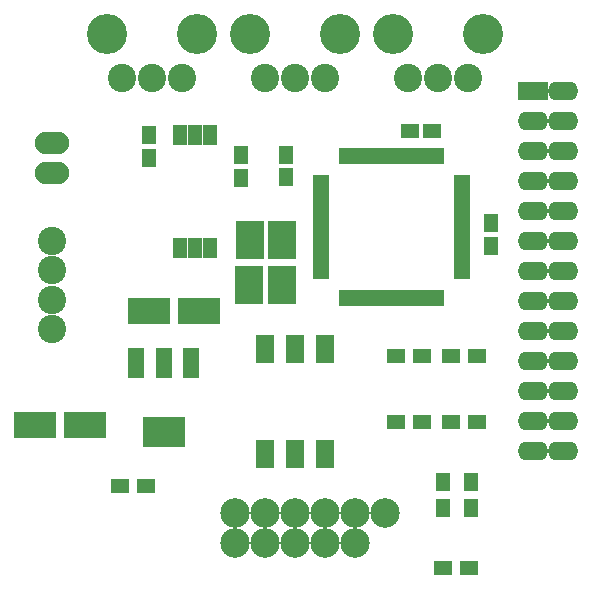
<source format=gts>
G04 #@! TF.FileFunction,Soldermask,Top*
%FSLAX46Y46*%
G04 Gerber Fmt 4.6, Leading zero omitted, Abs format (unit mm)*
G04 Created by KiCad (PCBNEW 4.0.0-rc1-stable) date 31.5.2016 13:40:05*
%MOMM*%
G01*
G04 APERTURE LIST*
%ADD10C,0.100000*%
%ADD11R,2.600000X1.600000*%
%ADD12O,2.600000X1.600000*%
%ADD13C,2.500000*%
%ADD14C,3.400000*%
%ADD15C,2.400000*%
%ADD16R,0.849580X1.400000*%
%ADD17R,1.400000X0.849580*%
%ADD18R,1.350000X2.550000*%
%ADD19R,3.650000X2.550000*%
%ADD20R,1.600000X1.150000*%
%ADD21R,1.150000X1.600000*%
%ADD22R,3.549600X2.200860*%
%ADD23R,2.400000X3.300000*%
%ADD24R,1.600000X1.300000*%
%ADD25R,1.300000X1.600000*%
%ADD26R,1.200000X1.700000*%
%ADD27O,2.900000X1.900000*%
%ADD28R,1.600000X2.400000*%
%ADD29R,1.500000X2.400000*%
G04 APERTURE END LIST*
D10*
D11*
X20150000Y16100000D03*
D12*
X22690000Y16100000D03*
X20150000Y13560000D03*
X22690000Y13560000D03*
X20150000Y11020000D03*
X22690000Y11020000D03*
X20150000Y8480000D03*
X22690000Y8480000D03*
X20150000Y5940000D03*
X22690000Y5940000D03*
X20150000Y3400000D03*
X22690000Y3400000D03*
X20150000Y860000D03*
X22690000Y860000D03*
X20150000Y-1680000D03*
X22690000Y-1680000D03*
X20150000Y-4220000D03*
X22690000Y-4220000D03*
X20150000Y-6760000D03*
X22690000Y-6760000D03*
X20150000Y-9300000D03*
X22690000Y-9300000D03*
X20150000Y-11840000D03*
X22690000Y-11840000D03*
X20150000Y-14380000D03*
X22690000Y-14380000D03*
D13*
X5080000Y-19630000D03*
X5080000Y-22170000D03*
X2540000Y-19630000D03*
X2540000Y-22170000D03*
X0Y-19630000D03*
X0Y-22170000D03*
X-2540000Y-19630000D03*
X-2540000Y-22170000D03*
X-5080000Y-19630000D03*
X-5080000Y-22170000D03*
X7620000Y-19630000D03*
D14*
X-8290000Y20950000D03*
D15*
X-9560000Y17200000D03*
X-12100000Y17200000D03*
X-14640000Y17200000D03*
D14*
X-15910000Y20950000D03*
X3810000Y20950000D03*
D15*
X2540000Y17200000D03*
X0Y17200000D03*
X-2540000Y17200000D03*
D14*
X-3810000Y20950000D03*
X15910000Y20950000D03*
D15*
X14640000Y17200000D03*
X12100000Y17200000D03*
X9560000Y17200000D03*
D14*
X8290000Y20950000D03*
D16*
X4150000Y-1400000D03*
X4947560Y-1400000D03*
X5747660Y-1400000D03*
X6547760Y-1400000D03*
X7347860Y-1400000D03*
X8147960Y-1400000D03*
X8948060Y-1400000D03*
X9748160Y-1400000D03*
X10548260Y-1400000D03*
X11348360Y-1400000D03*
X12148460Y-1400000D03*
D17*
X14149980Y598980D03*
X14149980Y1399080D03*
X14149980Y2199180D03*
X14149980Y2999280D03*
X14149980Y3799380D03*
X14149980Y4599480D03*
X14149980Y5399580D03*
X14149980Y6199680D03*
X14149980Y6999780D03*
X14149980Y7799880D03*
X14149980Y8599980D03*
D16*
X12148460Y10598960D03*
X11348360Y10598960D03*
X10548260Y10598960D03*
X9748160Y10598960D03*
X8948060Y10598960D03*
X8147960Y10598960D03*
X7347860Y10598960D03*
X6547760Y10598960D03*
X5747660Y10598960D03*
X4947560Y10598960D03*
X4150000Y10598960D03*
D17*
X2151020Y8599980D03*
X2151020Y7799880D03*
X2151020Y6999780D03*
X2151020Y6199680D03*
X2151020Y5399580D03*
X2151020Y4599480D03*
X2151020Y3799380D03*
X2151020Y2999280D03*
X2151020Y2199180D03*
X2151020Y1399080D03*
X2151020Y598980D03*
D18*
X-13450000Y-6950000D03*
X-8850000Y-6950000D03*
X-11150000Y-6950000D03*
D19*
X-11150000Y-12750000D03*
D20*
X9700000Y12700000D03*
X11600000Y12700000D03*
D21*
X-4600000Y10650000D03*
X-4600000Y8750000D03*
D22*
X-22025980Y-12200000D03*
X-17774020Y-12200000D03*
D21*
X-750000Y10700000D03*
X-750000Y8800000D03*
X16600000Y4900000D03*
X16600000Y3000000D03*
D22*
X-8124020Y-2550000D03*
X-12375980Y-2550000D03*
D23*
X-1110000Y3490000D03*
X-1100000Y-330000D03*
X-3880000Y-330000D03*
X-3870000Y3500000D03*
D24*
X13150000Y-6300000D03*
X15350000Y-6300000D03*
X10700000Y-6350000D03*
X8500000Y-6350000D03*
X13200000Y-11950000D03*
X15400000Y-11950000D03*
X10700000Y-11950000D03*
X8500000Y-11950000D03*
X14750000Y-24300000D03*
X12550000Y-24300000D03*
D25*
X14900000Y-19200000D03*
X14900000Y-17000000D03*
X12500000Y-19200000D03*
X12500000Y-17000000D03*
D21*
X-12400000Y12350000D03*
X-12400000Y10450000D03*
D15*
X-20600000Y-4050000D03*
X-20600000Y-1550000D03*
X-20600000Y3450000D03*
X-20600000Y950000D03*
D24*
X-14850000Y-17350000D03*
X-12650000Y-17350000D03*
D26*
X-7210000Y2850000D03*
X-8480000Y2850000D03*
X-9750000Y2850000D03*
X-7210000Y12350000D03*
X-8480000Y12350000D03*
X-9750000Y12350000D03*
D27*
X-20600000Y11740000D03*
X-20600000Y9200000D03*
D28*
X2480000Y-14650000D03*
X2480000Y-5750000D03*
X-60000Y-5750000D03*
X-2600000Y-5750000D03*
X-60000Y-14650000D03*
D29*
X-2600000Y-14650000D03*
M02*

</source>
